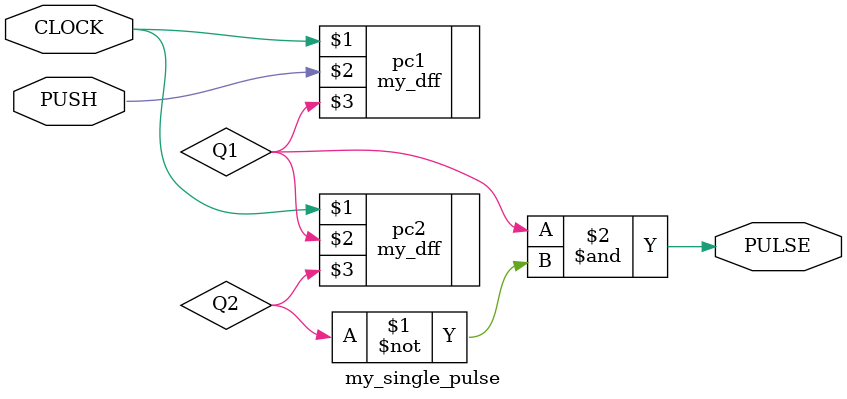
<source format=v>
`timescale 1ns / 1ps


module my_single_pulse(
    input CLOCK, PUSH, output PULSE 
    );
    
    wire Q1, Q2;
    my_dff pc1(CLOCK, PUSH, Q1);
    my_dff pc2(CLOCK, Q1, Q2);
    
    assign PULSE = Q1 & ~Q2;
    
endmodule

</source>
